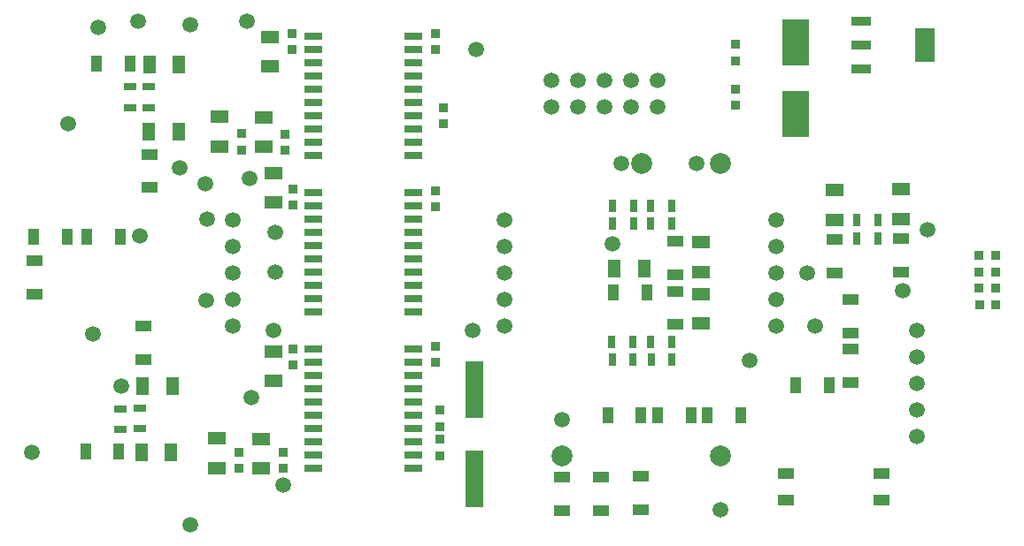
<source format=gbr>
%TF.GenerationSoftware,Altium Limited,Altium Designer,21.6.4 (81)*%
G04 Layer_Color=255*
%FSLAX43Y43*%
%MOMM*%
%TF.SameCoordinates,F87848A5-9C76-4C60-8026-6C1C3CCCB256*%
%TF.FilePolarity,Positive*%
%TF.FileFunction,Pads,Top*%
%TF.Part,Single*%
G01*
G75*
%TA.AperFunction,SMDPad,CuDef*%
%ADD10R,1.300X1.800*%
%ADD11R,1.000X1.600*%
%ADD12R,0.850X0.900*%
%ADD13R,1.600X1.000*%
%ADD14R,0.800X1.250*%
%ADD15R,2.500X4.450*%
%ADD16R,0.900X0.850*%
%ADD17R,1.900X0.950*%
%ADD18R,1.900X3.250*%
%ADD19R,1.800X1.300*%
%ADD20R,1.250X0.800*%
%ADD21R,1.800X0.800*%
%ADD22R,1.800X5.500*%
%TA.AperFunction,ComponentPad*%
%ADD28C,1.500*%
%ADD29C,2.000*%
D10*
X16738Y14663D02*
D03*
X13888D02*
D03*
X17413Y45534D02*
D03*
X14563D02*
D03*
X17341Y39021D02*
D03*
X14491D02*
D03*
X59068Y25944D02*
D03*
X61918D02*
D03*
X13786Y8287D02*
D03*
X16636D02*
D03*
D11*
X71145Y11860D02*
D03*
X67945D02*
D03*
X79603Y14732D02*
D03*
X76403D02*
D03*
X8597Y29005D02*
D03*
X11797D02*
D03*
X66406Y11860D02*
D03*
X63206D02*
D03*
X61603Y11871D02*
D03*
X58403D02*
D03*
X3519Y29005D02*
D03*
X6719D02*
D03*
X58938Y23658D02*
D03*
X62138D02*
D03*
X11648Y8433D02*
D03*
X8448D02*
D03*
X9490Y45575D02*
D03*
X12690D02*
D03*
D12*
X93951Y25625D02*
D03*
X95501D02*
D03*
X93944Y24036D02*
D03*
X95494D02*
D03*
X93967Y22454D02*
D03*
X95517D02*
D03*
X93951Y27203D02*
D03*
X95501D02*
D03*
D13*
X3574Y23465D02*
D03*
Y26665D02*
D03*
X84575Y6270D02*
D03*
X75425Y3730D02*
D03*
X84575D02*
D03*
X75425Y6270D02*
D03*
X61603Y2800D02*
D03*
Y6000D02*
D03*
X54045Y5918D02*
D03*
Y2718D02*
D03*
X57717Y5971D02*
D03*
Y2771D02*
D03*
X86470Y28811D02*
D03*
Y25611D02*
D03*
X13958Y20419D02*
D03*
Y17219D02*
D03*
X80095Y28702D02*
D03*
Y25502D02*
D03*
X14563Y36888D02*
D03*
Y33688D02*
D03*
X64902Y28559D02*
D03*
Y25359D02*
D03*
X64871Y20575D02*
D03*
Y23775D02*
D03*
X81596Y15021D02*
D03*
Y18221D02*
D03*
X81621Y19789D02*
D03*
Y22989D02*
D03*
D14*
X64507Y30259D02*
D03*
X62507D02*
D03*
X64549Y17181D02*
D03*
X62549D02*
D03*
X60826D02*
D03*
X58826D02*
D03*
X62498Y18908D02*
D03*
X64498D02*
D03*
X58790D02*
D03*
X60790D02*
D03*
X58884Y31954D02*
D03*
X60884D02*
D03*
X84223Y30581D02*
D03*
X82223D02*
D03*
X82261Y28812D02*
D03*
X84261D02*
D03*
X58884Y30216D02*
D03*
X60884D02*
D03*
X64498Y31954D02*
D03*
X62498D02*
D03*
D15*
X76378Y40790D02*
D03*
Y47590D02*
D03*
D16*
X70587Y47409D02*
D03*
Y45859D02*
D03*
X70663Y41592D02*
D03*
Y43142D02*
D03*
X42360Y10796D02*
D03*
Y12346D02*
D03*
X42697Y41370D02*
D03*
Y39820D02*
D03*
X27349Y6791D02*
D03*
Y8341D02*
D03*
X23133Y6801D02*
D03*
Y8351D02*
D03*
X41961Y16929D02*
D03*
Y18479D02*
D03*
X41891Y31864D02*
D03*
Y33414D02*
D03*
Y46903D02*
D03*
Y48453D02*
D03*
X27568Y38844D02*
D03*
Y37294D02*
D03*
X23377Y38869D02*
D03*
Y37319D02*
D03*
X28309Y33590D02*
D03*
Y32040D02*
D03*
X28194Y48453D02*
D03*
Y46903D02*
D03*
X28267Y18225D02*
D03*
Y16675D02*
D03*
X42360Y8026D02*
D03*
Y9576D02*
D03*
D17*
X82675Y49671D02*
D03*
Y47371D02*
D03*
Y45071D02*
D03*
D18*
X88775Y47371D02*
D03*
D19*
X25241Y9620D02*
D03*
Y6770D02*
D03*
X86470Y30709D02*
D03*
Y33559D02*
D03*
X25477Y40449D02*
D03*
Y37599D02*
D03*
X20999Y6796D02*
D03*
Y9646D02*
D03*
X21269Y40472D02*
D03*
Y37622D02*
D03*
X26416Y35113D02*
D03*
Y32263D02*
D03*
X26122Y48153D02*
D03*
Y45303D02*
D03*
X26399Y18011D02*
D03*
Y15161D02*
D03*
X80095Y30582D02*
D03*
Y33432D02*
D03*
X67341Y28462D02*
D03*
Y25612D02*
D03*
X67309Y20649D02*
D03*
Y23499D02*
D03*
D20*
X13646Y12574D02*
D03*
Y10574D02*
D03*
X11791Y10488D02*
D03*
Y12488D02*
D03*
X12741Y41374D02*
D03*
Y43374D02*
D03*
X14493D02*
D03*
Y41374D02*
D03*
D21*
X39800Y18215D02*
D03*
Y16945D02*
D03*
Y15675D02*
D03*
Y14405D02*
D03*
Y11865D02*
D03*
Y13135D02*
D03*
Y8055D02*
D03*
Y6785D02*
D03*
Y9325D02*
D03*
Y10595D02*
D03*
X30200Y18215D02*
D03*
Y16945D02*
D03*
Y15675D02*
D03*
Y14405D02*
D03*
Y11865D02*
D03*
Y13135D02*
D03*
Y8055D02*
D03*
Y6785D02*
D03*
Y9325D02*
D03*
Y10595D02*
D03*
X39800Y48215D02*
D03*
Y46945D02*
D03*
Y45675D02*
D03*
Y44405D02*
D03*
Y41865D02*
D03*
Y43135D02*
D03*
Y38055D02*
D03*
Y36785D02*
D03*
Y39325D02*
D03*
Y40595D02*
D03*
X30200Y48215D02*
D03*
Y46945D02*
D03*
Y45675D02*
D03*
Y44405D02*
D03*
Y41865D02*
D03*
Y43135D02*
D03*
Y38055D02*
D03*
Y36785D02*
D03*
Y39325D02*
D03*
Y40595D02*
D03*
Y25595D02*
D03*
Y24325D02*
D03*
Y21785D02*
D03*
Y23055D02*
D03*
Y28135D02*
D03*
Y26865D02*
D03*
Y29405D02*
D03*
Y30675D02*
D03*
Y31945D02*
D03*
Y33215D02*
D03*
X39800Y25595D02*
D03*
Y24325D02*
D03*
Y21785D02*
D03*
Y23055D02*
D03*
Y28135D02*
D03*
Y26865D02*
D03*
Y29405D02*
D03*
Y30675D02*
D03*
Y31945D02*
D03*
Y33215D02*
D03*
D22*
X45644Y14321D02*
D03*
X45644Y5821D02*
D03*
D28*
X88000Y20000D02*
D03*
Y17460D02*
D03*
Y14920D02*
D03*
Y12380D02*
D03*
Y9840D02*
D03*
X53000Y44000D02*
D03*
X55540D02*
D03*
X58080D02*
D03*
X60620D02*
D03*
X63160D02*
D03*
X53000Y41460D02*
D03*
X55540D02*
D03*
X58080D02*
D03*
X60620D02*
D03*
X63160D02*
D03*
X22500Y20420D02*
D03*
Y22960D02*
D03*
Y25500D02*
D03*
Y28040D02*
D03*
Y30580D02*
D03*
X48500Y20420D02*
D03*
Y22960D02*
D03*
Y25500D02*
D03*
Y28040D02*
D03*
Y30580D02*
D03*
X74500Y20420D02*
D03*
Y22960D02*
D03*
Y25500D02*
D03*
Y28040D02*
D03*
Y30580D02*
D03*
X13665Y29108D02*
D03*
X17457Y35595D02*
D03*
X20045Y30714D02*
D03*
X86657Y23851D02*
D03*
X77470Y25552D02*
D03*
X9119Y19710D02*
D03*
X20015Y22860D02*
D03*
X54045Y11465D02*
D03*
X59673Y35983D02*
D03*
X13503Y49608D02*
D03*
X6756Y39822D02*
D03*
X9703Y49078D02*
D03*
X18466Y49327D02*
D03*
X24130Y34544D02*
D03*
X19916Y34064D02*
D03*
X88986Y29632D02*
D03*
X71984Y17094D02*
D03*
X58858Y28298D02*
D03*
X26604Y25595D02*
D03*
X26441Y19990D02*
D03*
X45466D02*
D03*
X26619Y29405D02*
D03*
X23890Y49682D02*
D03*
X69210Y2821D02*
D03*
X3353Y8331D02*
D03*
X24302Y13558D02*
D03*
X18440Y1346D02*
D03*
X11862Y14667D02*
D03*
X27349Y5162D02*
D03*
X78220Y20447D02*
D03*
X66903Y36000D02*
D03*
X45796Y46952D02*
D03*
D29*
X61610Y36000D02*
D03*
X69210D02*
D03*
X54010Y8000D02*
D03*
X69210D02*
D03*
%TF.MD5,e1fd1ebe5c553493408710c714639dec*%
M02*

</source>
